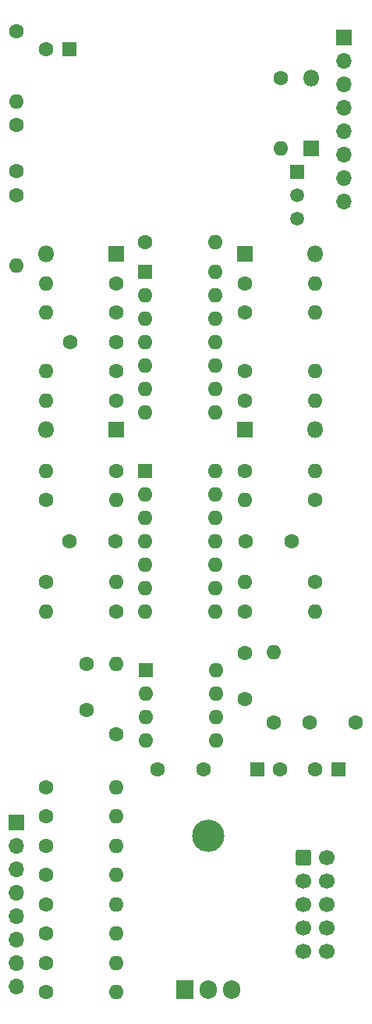
<source format=gbr>
%TF.GenerationSoftware,KiCad,Pcbnew,8.0.7*%
%TF.CreationDate,2025-01-12T14:22:42-05:00*%
%TF.ProjectId,bing-bong-pcb-audio,62696e67-2d62-46f6-9e67-2d7063622d61,rev?*%
%TF.SameCoordinates,Original*%
%TF.FileFunction,Soldermask,Bot*%
%TF.FilePolarity,Negative*%
%FSLAX46Y46*%
G04 Gerber Fmt 4.6, Leading zero omitted, Abs format (unit mm)*
G04 Created by KiCad (PCBNEW 8.0.7) date 2025-01-12 14:22:42*
%MOMM*%
%LPD*%
G01*
G04 APERTURE LIST*
G04 Aperture macros list*
%AMRoundRect*
0 Rectangle with rounded corners*
0 $1 Rounding radius*
0 $2 $3 $4 $5 $6 $7 $8 $9 X,Y pos of 4 corners*
0 Add a 4 corners polygon primitive as box body*
4,1,4,$2,$3,$4,$5,$6,$7,$8,$9,$2,$3,0*
0 Add four circle primitives for the rounded corners*
1,1,$1+$1,$2,$3*
1,1,$1+$1,$4,$5*
1,1,$1+$1,$6,$7*
1,1,$1+$1,$8,$9*
0 Add four rect primitives between the rounded corners*
20,1,$1+$1,$2,$3,$4,$5,0*
20,1,$1+$1,$4,$5,$6,$7,0*
20,1,$1+$1,$6,$7,$8,$9,0*
20,1,$1+$1,$8,$9,$2,$3,0*%
G04 Aperture macros list end*
%ADD10C,1.600000*%
%ADD11O,1.600000X1.600000*%
%ADD12R,1.800000X1.800000*%
%ADD13O,1.800000X1.800000*%
%ADD14R,1.700000X1.700000*%
%ADD15O,1.700000X1.700000*%
%ADD16R,1.600000X1.600000*%
%ADD17R,1.500000X1.500000*%
%ADD18C,1.500000*%
%ADD19RoundRect,0.250000X-0.600000X-0.600000X0.600000X-0.600000X0.600000X0.600000X-0.600000X0.600000X0*%
%ADD20C,1.700000*%
%ADD21O,3.500000X3.500000*%
%ADD22R,1.905000X2.000000*%
%ADD23O,1.905000X2.000000*%
G04 APERTURE END LIST*
D10*
%TO.C,R9*%
X132969000Y-91811000D03*
D11*
X140589000Y-91811000D03*
%TD*%
D12*
%TO.C,D1*%
X161798000Y-53711000D03*
D13*
X161798000Y-46091000D03*
%TD*%
D10*
%TO.C,R12*%
X132969000Y-122926000D03*
D11*
X140589000Y-122926000D03*
%TD*%
D10*
%TO.C,R13*%
X132969000Y-132451000D03*
D11*
X140589000Y-132451000D03*
%TD*%
D14*
%TO.C,J3*%
X129794000Y-126736000D03*
D15*
X129794000Y-129276000D03*
X129794000Y-131816000D03*
X129794000Y-134356000D03*
X129794000Y-136896000D03*
X129794000Y-139436000D03*
X129794000Y-141976000D03*
X129794000Y-144516000D03*
%TD*%
D10*
%TO.C,R30*%
X154559000Y-68316000D03*
D11*
X162179000Y-68316000D03*
%TD*%
D16*
%TO.C,C3*%
X155893888Y-121021000D03*
D10*
X158393888Y-121021000D03*
%TD*%
%TO.C,C1*%
X161584000Y-115941000D03*
X166584000Y-115941000D03*
%TD*%
D16*
%TO.C,C6*%
X135509000Y-42916000D03*
D10*
X133009000Y-42916000D03*
%TD*%
%TO.C,R3*%
X129794000Y-41011000D03*
D11*
X129794000Y-48631000D03*
%TD*%
D10*
%TO.C,R2*%
X143764000Y-63871000D03*
D11*
X151384000Y-63871000D03*
%TD*%
D10*
%TO.C,C7*%
X137414000Y-109591000D03*
X137414000Y-114591000D03*
%TD*%
%TO.C,R4*%
X129794000Y-58791000D03*
D11*
X129794000Y-66411000D03*
%TD*%
D10*
%TO.C,C11*%
X140589000Y-74666000D03*
X135589000Y-74666000D03*
%TD*%
%TO.C,R16*%
X132969000Y-129276000D03*
D11*
X140589000Y-129276000D03*
%TD*%
D10*
%TO.C,C5*%
X145074000Y-121021000D03*
X150074000Y-121021000D03*
%TD*%
%TO.C,R21*%
X154559000Y-77841000D03*
D11*
X162179000Y-77841000D03*
%TD*%
D10*
%TO.C,R1*%
X158496000Y-46091000D03*
D11*
X158496000Y-53711000D03*
%TD*%
D10*
%TO.C,C4*%
X154559000Y-108361000D03*
X154559000Y-113361000D03*
%TD*%
%TO.C,R17*%
X140589000Y-103876000D03*
D11*
X132969000Y-103876000D03*
%TD*%
D17*
%TO.C,Q1*%
X160274000Y-56251000D03*
D18*
X160274000Y-58791000D03*
X160274000Y-61331000D03*
%TD*%
D10*
%TO.C,R7*%
X140589000Y-88636000D03*
D11*
X132969000Y-88636000D03*
%TD*%
D14*
%TO.C,J2*%
X165354000Y-41646000D03*
D15*
X165354000Y-44186000D03*
X165354000Y-46726000D03*
X165354000Y-49266000D03*
X165354000Y-51806000D03*
X165354000Y-54346000D03*
X165354000Y-56886000D03*
X165354000Y-59426000D03*
%TD*%
D10*
%TO.C,R5*%
X140589000Y-117211000D03*
D11*
X140589000Y-109591000D03*
%TD*%
D10*
%TO.C,R8*%
X140589000Y-71491000D03*
D11*
X132969000Y-71491000D03*
%TD*%
D10*
%TO.C,R11*%
X132969000Y-126101000D03*
D11*
X140589000Y-126101000D03*
%TD*%
D10*
%TO.C,R10*%
X140589000Y-68316000D03*
D11*
X132969000Y-68316000D03*
%TD*%
D10*
%TO.C,R6*%
X157734000Y-115941000D03*
D11*
X157734000Y-108321000D03*
%TD*%
D16*
%TO.C,U5*%
X143764000Y-67056000D03*
D11*
X143764000Y-69596000D03*
X143764000Y-72136000D03*
X143764000Y-74676000D03*
X143764000Y-77216000D03*
X143764000Y-79756000D03*
X143764000Y-82296000D03*
X151384000Y-82296000D03*
X151384000Y-79756000D03*
X151384000Y-77216000D03*
X151384000Y-74676000D03*
X151384000Y-72136000D03*
X151384000Y-69596000D03*
X151384000Y-67056000D03*
%TD*%
D12*
%TO.C,D5*%
X154559000Y-65141000D03*
D13*
X162179000Y-65141000D03*
%TD*%
D10*
%TO.C,R14*%
X132969000Y-100701000D03*
D11*
X140589000Y-100701000D03*
%TD*%
D10*
%TO.C,R29*%
X154559000Y-88636000D03*
D11*
X162179000Y-88636000D03*
%TD*%
D10*
%TO.C,C10*%
X159639000Y-96256000D03*
X154639000Y-96256000D03*
%TD*%
%TO.C,R25*%
X132969000Y-145151000D03*
D11*
X140589000Y-145151000D03*
%TD*%
D10*
%TO.C,R15*%
X140589000Y-77841000D03*
D11*
X132969000Y-77841000D03*
%TD*%
D12*
%TO.C,D4*%
X154559000Y-84191000D03*
D13*
X162179000Y-84191000D03*
%TD*%
D12*
%TO.C,D3*%
X140589000Y-84191000D03*
D13*
X132969000Y-84191000D03*
%TD*%
D10*
%TO.C,R27*%
X154559000Y-71491000D03*
D11*
X162179000Y-71491000D03*
%TD*%
D10*
%TO.C,R24*%
X154559000Y-81016000D03*
D11*
X162179000Y-81016000D03*
%TD*%
D19*
%TO.C,J1*%
X160909000Y-130546000D03*
D20*
X163449000Y-130546000D03*
X160909000Y-133086000D03*
X163449000Y-133086000D03*
X160909000Y-135626000D03*
X163449000Y-135626000D03*
X160909000Y-138166000D03*
X163449000Y-138166000D03*
X160909000Y-140706000D03*
X163449000Y-140706000D03*
%TD*%
D10*
%TO.C,R22*%
X132969000Y-135626000D03*
D11*
X140589000Y-135626000D03*
%TD*%
D10*
%TO.C,R20*%
X162179000Y-100701000D03*
D11*
X154559000Y-100701000D03*
%TD*%
D10*
%TO.C,R23*%
X154559000Y-103876000D03*
D11*
X162179000Y-103876000D03*
%TD*%
D10*
%TO.C,R18*%
X140589000Y-81016000D03*
D11*
X132969000Y-81016000D03*
%TD*%
D10*
%TO.C,R26*%
X162179000Y-91811000D03*
D11*
X154559000Y-91811000D03*
%TD*%
D10*
%TO.C,R28*%
X132969000Y-141976000D03*
D11*
X140589000Y-141976000D03*
%TD*%
D16*
%TO.C,U4*%
X143764000Y-88646000D03*
D11*
X143764000Y-91186000D03*
X143764000Y-93726000D03*
X143764000Y-96266000D03*
X143764000Y-98806000D03*
X143764000Y-101346000D03*
X143764000Y-103886000D03*
X151384000Y-103886000D03*
X151384000Y-101346000D03*
X151384000Y-98806000D03*
X151384000Y-96266000D03*
X151384000Y-93726000D03*
X151384000Y-91186000D03*
X151384000Y-88646000D03*
%TD*%
D10*
%TO.C,C9*%
X140549000Y-96256000D03*
X135549000Y-96256000D03*
%TD*%
%TO.C,C8*%
X129794000Y-51171000D03*
X129794000Y-56171000D03*
%TD*%
D12*
%TO.C,D2*%
X140589000Y-65141000D03*
D13*
X132969000Y-65141000D03*
%TD*%
D21*
%TO.C,U2*%
X150622000Y-128196000D03*
D22*
X148082000Y-144856000D03*
D23*
X150622000Y-144856000D03*
X153162000Y-144856000D03*
%TD*%
D16*
%TO.C,C2*%
X164719000Y-121021000D03*
D10*
X162219000Y-121021000D03*
%TD*%
%TO.C,R19*%
X132969000Y-138801000D03*
D11*
X140589000Y-138801000D03*
%TD*%
D16*
%TO.C,U3*%
X143774000Y-110236000D03*
D11*
X143774000Y-112776000D03*
X143774000Y-115316000D03*
X143774000Y-117856000D03*
X151394000Y-117856000D03*
X151394000Y-115316000D03*
X151394000Y-112776000D03*
X151394000Y-110236000D03*
%TD*%
M02*

</source>
